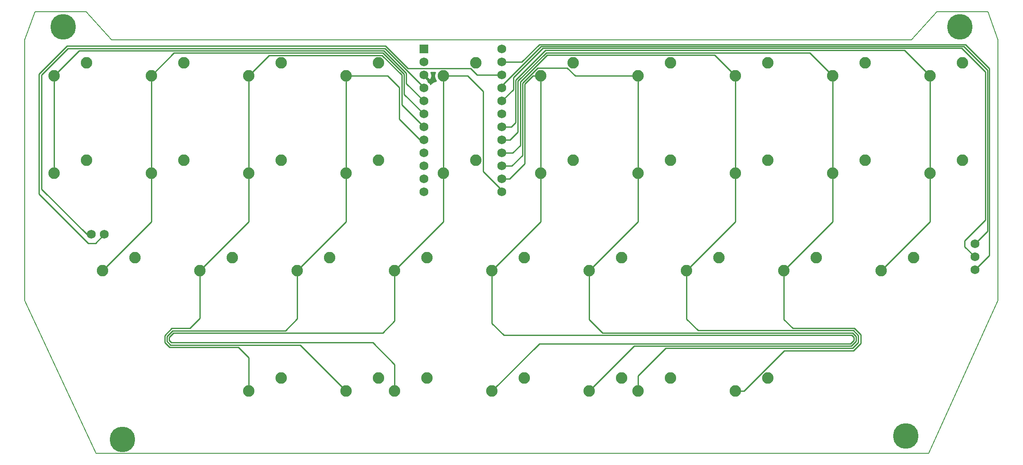
<source format=gbr>
G04 #@! TF.GenerationSoftware,KiCad,Pcbnew,(5.1.9)-1*
G04 #@! TF.CreationDate,2022-03-23T20:51:23-07:00*
G04 #@! TF.ProjectId,alphalpha_plus_v2,616c7068-616c-4706-9861-5f706c75735f,rev?*
G04 #@! TF.SameCoordinates,Original*
G04 #@! TF.FileFunction,Copper,L1,Top*
G04 #@! TF.FilePolarity,Positive*
%FSLAX46Y46*%
G04 Gerber Fmt 4.6, Leading zero omitted, Abs format (unit mm)*
G04 Created by KiCad (PCBNEW (5.1.9)-1) date 2022-03-23 20:51:23*
%MOMM*%
%LPD*%
G01*
G04 APERTURE LIST*
G04 #@! TA.AperFunction,Profile*
%ADD10C,0.200000*%
G04 #@! TD*
G04 #@! TA.AperFunction,ComponentPad*
%ADD11C,2.250000*%
G04 #@! TD*
G04 #@! TA.AperFunction,ComponentPad*
%ADD12C,1.752600*%
G04 #@! TD*
G04 #@! TA.AperFunction,ComponentPad*
%ADD13C,2.900000*%
G04 #@! TD*
G04 #@! TA.AperFunction,ConnectorPad*
%ADD14C,5.000000*%
G04 #@! TD*
G04 #@! TA.AperFunction,ComponentPad*
%ADD15R,1.752600X1.752600*%
G04 #@! TD*
G04 #@! TA.AperFunction,Conductor*
%ADD16C,0.250000*%
G04 #@! TD*
G04 #@! TA.AperFunction,Conductor*
%ADD17C,0.254000*%
G04 #@! TD*
G04 #@! TA.AperFunction,Conductor*
%ADD18C,0.100000*%
G04 #@! TD*
G04 APERTURE END LIST*
D10*
X19050000Y-19000000D02*
X19050000Y-70000000D01*
X33020000Y-99900000D02*
X196000000Y-99900000D01*
X21050000Y-13500000D02*
X31050000Y-13500000D01*
X209550000Y-19000000D02*
X209550000Y-70000000D01*
X19050000Y-70000000D02*
X33020000Y-99900000D01*
X196000000Y-99900000D02*
X209550000Y-70000000D01*
X19050000Y-19000000D02*
X21050000Y-13500000D01*
X31050000Y-13500000D02*
X36050000Y-19000000D01*
X209550000Y-19000000D02*
X207550000Y-13500000D01*
X197550000Y-13500000D02*
X207550000Y-13500000D01*
X197550000Y-13500000D02*
X192550000Y-19000000D01*
X36050000Y-19000000D02*
X192550000Y-19000000D01*
D11*
X31115000Y-23495000D03*
X24765000Y-26035000D03*
X50165000Y-23495000D03*
X43815000Y-26035000D03*
X69215000Y-23495000D03*
X62865000Y-26035000D03*
X88265000Y-23495000D03*
X81915000Y-26035000D03*
X107315000Y-23495000D03*
X100965000Y-26035000D03*
X126365000Y-23495000D03*
X120015000Y-26035000D03*
X145415000Y-23495000D03*
X139065000Y-26035000D03*
X164465000Y-23495000D03*
X158115000Y-26035000D03*
X183515000Y-23495000D03*
X177165000Y-26035000D03*
X202565000Y-23495000D03*
X196215000Y-26035000D03*
X31115000Y-42545000D03*
X24765000Y-45085000D03*
X50165000Y-42545000D03*
X43815000Y-45085000D03*
X69215000Y-42545000D03*
X62865000Y-45085000D03*
X88265000Y-42545000D03*
X81915000Y-45085000D03*
X107315000Y-42545000D03*
X100965000Y-45085000D03*
X126365000Y-42545000D03*
X120015000Y-45085000D03*
X145415000Y-42545000D03*
X139065000Y-45085000D03*
X164465000Y-42545000D03*
X158115000Y-45085000D03*
X183515000Y-42545000D03*
X177165000Y-45085000D03*
X202565000Y-42545000D03*
X196215000Y-45085000D03*
X40640000Y-61595000D03*
X34290000Y-64135000D03*
X59690000Y-61595000D03*
X53340000Y-64135000D03*
X78740000Y-61595000D03*
X72390000Y-64135000D03*
X97790000Y-61595000D03*
X91440000Y-64135000D03*
X116840000Y-61595000D03*
X110490000Y-64135000D03*
X135890000Y-61595000D03*
X129540000Y-64135000D03*
X154940000Y-61595000D03*
X148590000Y-64135000D03*
X173990000Y-61595000D03*
X167640000Y-64135000D03*
X193040000Y-61595000D03*
X186690000Y-64135000D03*
X69215000Y-85145000D03*
X62865000Y-87685000D03*
X164465000Y-85145000D03*
X158115000Y-87685000D03*
D12*
X32054800Y-57077200D03*
X34594800Y-57077200D03*
X205000000Y-64020700D03*
X205000000Y-61480700D03*
X205000000Y-58940700D03*
D13*
X26575000Y-16500000D03*
D14*
X26575000Y-16500000D03*
X202025000Y-16500000D03*
D13*
X202025000Y-16500000D03*
X191452500Y-96481900D03*
D14*
X191452500Y-96481900D03*
X38112700Y-97193100D03*
D13*
X38112700Y-97193100D03*
D12*
X112382300Y-20840700D03*
X97142300Y-48780700D03*
X112382300Y-23380700D03*
X112382300Y-25920700D03*
X112382300Y-28460700D03*
X112382300Y-31000700D03*
X112382300Y-33540700D03*
X112382300Y-36080700D03*
X112382300Y-38620700D03*
X112382300Y-41160700D03*
X112382300Y-43700700D03*
X112382300Y-46240700D03*
X112382300Y-48780700D03*
X97142300Y-46240700D03*
X97142300Y-43700700D03*
X97142300Y-41160700D03*
X97142300Y-38620700D03*
X97142300Y-36080700D03*
X97142300Y-33540700D03*
X97142300Y-31000700D03*
X97142300Y-28460700D03*
X97142300Y-25920700D03*
X97142300Y-23380700D03*
D15*
X97142300Y-20840700D03*
D11*
X91440000Y-87685000D03*
X97790000Y-85145000D03*
X129540000Y-87685000D03*
X135890000Y-85145000D03*
X116840000Y-85145000D03*
X110490000Y-87685000D03*
X81915000Y-87685000D03*
X88265000Y-85145000D03*
X139065000Y-87685000D03*
X145415000Y-85145000D03*
D16*
X24765000Y-45085000D02*
X24765000Y-26035000D01*
X29667200Y-21132800D02*
X24765000Y-26035000D01*
X89321622Y-21132800D02*
X29667200Y-21132800D01*
X93717129Y-25528307D02*
X89321622Y-21132800D01*
X93717129Y-27575529D02*
X93717129Y-25528307D01*
X97142300Y-31000700D02*
X93717129Y-27575529D01*
X43815000Y-45085000D02*
X43815000Y-26035000D01*
X43815000Y-54610000D02*
X34290000Y-64135000D01*
X43815000Y-45085000D02*
X43815000Y-54610000D01*
X48255011Y-21594989D02*
X43815000Y-26035000D01*
X89147401Y-21594989D02*
X48255011Y-21594989D01*
X93267120Y-25714708D02*
X89147401Y-21594989D01*
X93267119Y-29665519D02*
X93267120Y-25714708D01*
X97142300Y-33540700D02*
X93267119Y-29665519D01*
X62865000Y-45085000D02*
X62865000Y-26035000D01*
X62865000Y-54610000D02*
X53340000Y-64135000D01*
X62865000Y-45085000D02*
X62865000Y-54610000D01*
X92817110Y-25901108D02*
X88961001Y-22044999D01*
X92817110Y-31755510D02*
X92817110Y-25901108D01*
X97142300Y-36080700D02*
X92817110Y-31755510D01*
X66855001Y-22044999D02*
X62865000Y-26035000D01*
X88961001Y-22044999D02*
X66855001Y-22044999D01*
X53340000Y-64135000D02*
X53340000Y-73444100D01*
X46399971Y-78173109D02*
X47351892Y-79125028D01*
X46399972Y-76826892D02*
X46399971Y-78173109D01*
X47774481Y-75452381D02*
X46399972Y-76826892D01*
X51331720Y-75452380D02*
X47774481Y-75452381D01*
X53340000Y-73444100D02*
X51331720Y-75452380D01*
X47351892Y-79125028D02*
X60849728Y-79125028D01*
X62865000Y-81140300D02*
X62865000Y-87685000D01*
X60849728Y-79125028D02*
X62865000Y-81140300D01*
X81915000Y-28068998D02*
X81915000Y-26035000D01*
X81915000Y-45085000D02*
X81915000Y-28068998D01*
X81915000Y-54610000D02*
X72390000Y-64135000D01*
X81915000Y-45085000D02*
X81915000Y-54610000D01*
X96431100Y-38620700D02*
X97142300Y-38620700D01*
X92367100Y-34556700D02*
X96431100Y-38620700D01*
X90041002Y-26035000D02*
X92367100Y-28361098D01*
X92367100Y-28361098D02*
X92367100Y-34556700D01*
X81915000Y-26035000D02*
X90041002Y-26035000D01*
X81915000Y-87685000D02*
X72905020Y-78675020D01*
X46849981Y-77013291D02*
X47960882Y-75902390D01*
X46849980Y-77986708D02*
X46849981Y-77013291D01*
X47538291Y-78675019D02*
X46849980Y-77986708D01*
X72905020Y-78675020D02*
X47538291Y-78675019D01*
X47960882Y-75902390D02*
X70020610Y-75902390D01*
X72390000Y-73533000D02*
X72390000Y-64135000D01*
X70020610Y-75902390D02*
X72390000Y-73533000D01*
X100965000Y-45085000D02*
X100965000Y-26035000D01*
X100965000Y-54610000D02*
X91440000Y-64135000D01*
X100965000Y-45085000D02*
X100965000Y-54610000D01*
X112382300Y-48376298D02*
X112382300Y-48780700D01*
X108765001Y-44758999D02*
X112382300Y-48376298D01*
X108765001Y-29133027D02*
X108765001Y-44758999D01*
X105666974Y-26035000D02*
X108765001Y-29133027D01*
X100965000Y-26035000D02*
X105666974Y-26035000D01*
X91440000Y-87685000D02*
X91440000Y-82530310D01*
X47299990Y-77199692D02*
X48147282Y-76352400D01*
X47299990Y-77800308D02*
X47299990Y-77199692D01*
X47724692Y-78225010D02*
X47299990Y-77800308D01*
X87134700Y-78225010D02*
X47724692Y-78225010D01*
X91440000Y-82530310D02*
X87134700Y-78225010D01*
X48147282Y-76352400D02*
X89090500Y-76352400D01*
X91440000Y-74002900D02*
X91440000Y-64135000D01*
X89090500Y-76352400D02*
X91440000Y-74002900D01*
X120015000Y-28068998D02*
X120015000Y-26035000D01*
X120015000Y-45085000D02*
X120015000Y-28068998D01*
X120015000Y-54610000D02*
X110490000Y-64135000D01*
X120015000Y-45085000D02*
X120015000Y-54610000D01*
X118516400Y-26035000D02*
X120015000Y-26035000D01*
X116903500Y-27647900D02*
X118516400Y-26035000D01*
X116903500Y-43256200D02*
X116903500Y-27647900D01*
X113919000Y-46240700D02*
X116903500Y-43256200D01*
X112382300Y-46240700D02*
X113919000Y-46240700D01*
X110490000Y-87685000D02*
X119727100Y-78447900D01*
X119727100Y-78447900D02*
X180652418Y-78447900D01*
X181300010Y-77199692D02*
X180875308Y-76774990D01*
X180652418Y-78447900D02*
X181300010Y-77800308D01*
X181300010Y-77800308D02*
X181300010Y-77199692D01*
X112804890Y-76774990D02*
X110490000Y-74460100D01*
X180875308Y-76774990D02*
X112804890Y-76774990D01*
X110490000Y-74460100D02*
X110490000Y-64135000D01*
X139065000Y-26035000D02*
X139065000Y-45085000D01*
X139065000Y-54610000D02*
X129540000Y-64135000D01*
X139065000Y-45085000D02*
X139065000Y-54610000D01*
X126758998Y-26035000D02*
X139065000Y-26035000D01*
X119418398Y-24485600D02*
X125209598Y-24485600D01*
X125209598Y-24485600D02*
X126758998Y-26035000D01*
X116446300Y-41630600D02*
X116446300Y-27457698D01*
X116446300Y-27457698D02*
X119418398Y-24485600D01*
X114376200Y-43700700D02*
X116446300Y-41630600D01*
X112382300Y-43700700D02*
X114376200Y-43700700D01*
X181750019Y-77013291D02*
X181061708Y-76324980D01*
X181750020Y-77986708D02*
X181750019Y-77013291D01*
X180838819Y-78897909D02*
X181750020Y-77986708D01*
X138327091Y-78897909D02*
X180838819Y-78897909D01*
X129540000Y-87685000D02*
X138327091Y-78897909D01*
X181061708Y-76324980D02*
X132141480Y-76324980D01*
X129540000Y-73723500D02*
X129540000Y-64135000D01*
X132141480Y-76324980D02*
X129540000Y-73723500D01*
X158115000Y-26035000D02*
X158115000Y-45085000D01*
X158115000Y-54610000D02*
X148590000Y-64135000D01*
X158115000Y-45085000D02*
X158115000Y-54610000D01*
X158115000Y-26035000D02*
X154051000Y-21971000D01*
X121296588Y-21971000D02*
X115996290Y-27271298D01*
X154051000Y-21971000D02*
X121296588Y-21971000D01*
X115996290Y-27271298D02*
X115996290Y-39718410D01*
X114554000Y-41160700D02*
X112382300Y-41160700D01*
X115996290Y-39718410D02*
X114554000Y-41160700D01*
X139065000Y-84761026D02*
X144478107Y-79347919D01*
X139065000Y-87685000D02*
X139065000Y-84761026D01*
X182200028Y-76826890D02*
X181248108Y-75874970D01*
X182200029Y-78173107D02*
X182200028Y-76826890D01*
X181025220Y-79347918D02*
X182200029Y-78173107D01*
X144478107Y-79347919D02*
X181025220Y-79347918D01*
X181248108Y-75874970D02*
X150792270Y-75874970D01*
X148590000Y-73672700D02*
X148590000Y-64135000D01*
X150792270Y-75874970D02*
X148590000Y-73672700D01*
X177165000Y-28068998D02*
X177165000Y-26035000D01*
X177165000Y-45085000D02*
X177165000Y-28068998D01*
X177165000Y-54610000D02*
X167640000Y-64135000D01*
X177165000Y-45085000D02*
X177165000Y-54610000D01*
X172650990Y-21520990D02*
X177165000Y-26035000D01*
X121100010Y-21520990D02*
X172650990Y-21520990D01*
X115546280Y-27074720D02*
X121100010Y-21520990D01*
X114007900Y-38620700D02*
X115546280Y-37082320D01*
X115546280Y-37082320D02*
X115546280Y-27074720D01*
X112382300Y-38620700D02*
X114007900Y-38620700D01*
X159778998Y-87685000D02*
X167666071Y-79797927D01*
X158115000Y-87685000D02*
X159778998Y-87685000D01*
X182650037Y-76640489D02*
X181434508Y-75424960D01*
X182650038Y-78359506D02*
X182650037Y-76640489D01*
X181211621Y-79797926D02*
X182650038Y-78359506D01*
X167666071Y-79797927D02*
X181211621Y-79797926D01*
X181434508Y-75424960D02*
X169366860Y-75424960D01*
X167640000Y-73698100D02*
X167640000Y-64135000D01*
X169366860Y-75424960D02*
X167640000Y-73698100D01*
X196215000Y-45085000D02*
X196215000Y-26035000D01*
X196215000Y-54610000D02*
X186690000Y-64135000D01*
X196215000Y-45085000D02*
X196215000Y-54610000D01*
X112382300Y-36080700D02*
X114245370Y-36080700D01*
X191250980Y-21070980D02*
X196215000Y-26035000D01*
X120913610Y-21070980D02*
X191250980Y-21070980D01*
X115096271Y-26888319D02*
X120913610Y-21070980D01*
X115096270Y-35229800D02*
X115096271Y-26888319D01*
X114245370Y-36080700D02*
X115096270Y-35229800D01*
X207848200Y-61172500D02*
X205000000Y-64020700D01*
X207848200Y-24587200D02*
X207848200Y-61172500D01*
X203174600Y-19913600D02*
X207848200Y-24587200D01*
X116306600Y-23380700D02*
X119773700Y-19913600D01*
X119773700Y-19913600D02*
X203174600Y-19913600D01*
X112382300Y-23380700D02*
X116306600Y-23380700D01*
X112382300Y-27965400D02*
X112382300Y-28460700D01*
X202819000Y-20281900D02*
X120065800Y-20281900D01*
X120065800Y-20281900D02*
X112382300Y-27965400D01*
X207454500Y-24917400D02*
X202819000Y-20281900D01*
X207454500Y-56486200D02*
X207454500Y-24917400D01*
X205000000Y-58940700D02*
X207454500Y-56486200D01*
X114646261Y-28736739D02*
X112382300Y-31000700D01*
X114646261Y-26406735D02*
X114646261Y-28736739D01*
X202383370Y-20620970D02*
X120432026Y-20620970D01*
X202996800Y-58318400D02*
X207035400Y-54279800D01*
X120432026Y-20620970D02*
X114646261Y-26406735D01*
X207035400Y-54279800D02*
X207035400Y-25273000D01*
X202996800Y-59477500D02*
X202996800Y-58318400D01*
X207035400Y-25273000D02*
X202383370Y-20620970D01*
X205000000Y-61480700D02*
X202996800Y-59477500D01*
X22294999Y-48201001D02*
X31171198Y-57077200D01*
X22294999Y-25850701D02*
X22294999Y-48201001D01*
X89508022Y-20682790D02*
X27462910Y-20682790D01*
X97142300Y-28317068D02*
X89508022Y-20682790D01*
X31171198Y-57077200D02*
X32054800Y-57077200D01*
X27462910Y-20682790D02*
X22294999Y-25850701D01*
X97142300Y-28460700D02*
X97142300Y-28317068D01*
X107594698Y-25920700D02*
X112382300Y-25920700D01*
X106258997Y-24584999D02*
X107594698Y-25920700D01*
X94015899Y-24584999D02*
X106258997Y-24584999D01*
X89649300Y-20218400D02*
X94015899Y-24584999D01*
X27292300Y-20218400D02*
X89649300Y-20218400D01*
X21805900Y-25704800D02*
X27292300Y-20218400D01*
X31496000Y-58813700D02*
X21805900Y-49123600D01*
X21805900Y-49123600D02*
X21805900Y-25704800D01*
X32858300Y-58813700D02*
X31496000Y-58813700D01*
X34594800Y-57077200D02*
X32858300Y-58813700D01*
D17*
X99272636Y-25521627D02*
X99205000Y-25861655D01*
X99205000Y-26208345D01*
X99272636Y-26548373D01*
X99405308Y-26868673D01*
X99537638Y-27066719D01*
X99254549Y-27123029D01*
X98979747Y-27236856D01*
X98732431Y-27402107D01*
X98522107Y-27612431D01*
X98457619Y-27708945D01*
X98316204Y-27497302D01*
X98105698Y-27286796D01*
X97942491Y-27177745D01*
X98009863Y-26967869D01*
X97142300Y-26100305D01*
X97128158Y-26114448D01*
X96948552Y-25934842D01*
X96962695Y-25920700D01*
X96948552Y-25906558D01*
X97128158Y-25726953D01*
X97142300Y-25741095D01*
X97156443Y-25726953D01*
X97336048Y-25906558D01*
X97321905Y-25920700D01*
X98189469Y-26788263D01*
X98441229Y-26707446D01*
X98569757Y-26438921D01*
X98643429Y-26150481D01*
X98659413Y-25853209D01*
X98617096Y-25558533D01*
X98541805Y-25344999D01*
X99345797Y-25344999D01*
X99272636Y-25521627D01*
G04 #@! TA.AperFunction,Conductor*
D18*
G36*
X99272636Y-25521627D02*
G01*
X99205000Y-25861655D01*
X99205000Y-26208345D01*
X99272636Y-26548373D01*
X99405308Y-26868673D01*
X99537638Y-27066719D01*
X99254549Y-27123029D01*
X98979747Y-27236856D01*
X98732431Y-27402107D01*
X98522107Y-27612431D01*
X98457619Y-27708945D01*
X98316204Y-27497302D01*
X98105698Y-27286796D01*
X97942491Y-27177745D01*
X98009863Y-26967869D01*
X97142300Y-26100305D01*
X97128158Y-26114448D01*
X96948552Y-25934842D01*
X96962695Y-25920700D01*
X96948552Y-25906558D01*
X97128158Y-25726953D01*
X97142300Y-25741095D01*
X97156443Y-25726953D01*
X97336048Y-25906558D01*
X97321905Y-25920700D01*
X98189469Y-26788263D01*
X98441229Y-26707446D01*
X98569757Y-26438921D01*
X98643429Y-26150481D01*
X98659413Y-25853209D01*
X98617096Y-25558533D01*
X98541805Y-25344999D01*
X99345797Y-25344999D01*
X99272636Y-25521627D01*
G37*
G04 #@! TD.AperFunction*
M02*

</source>
